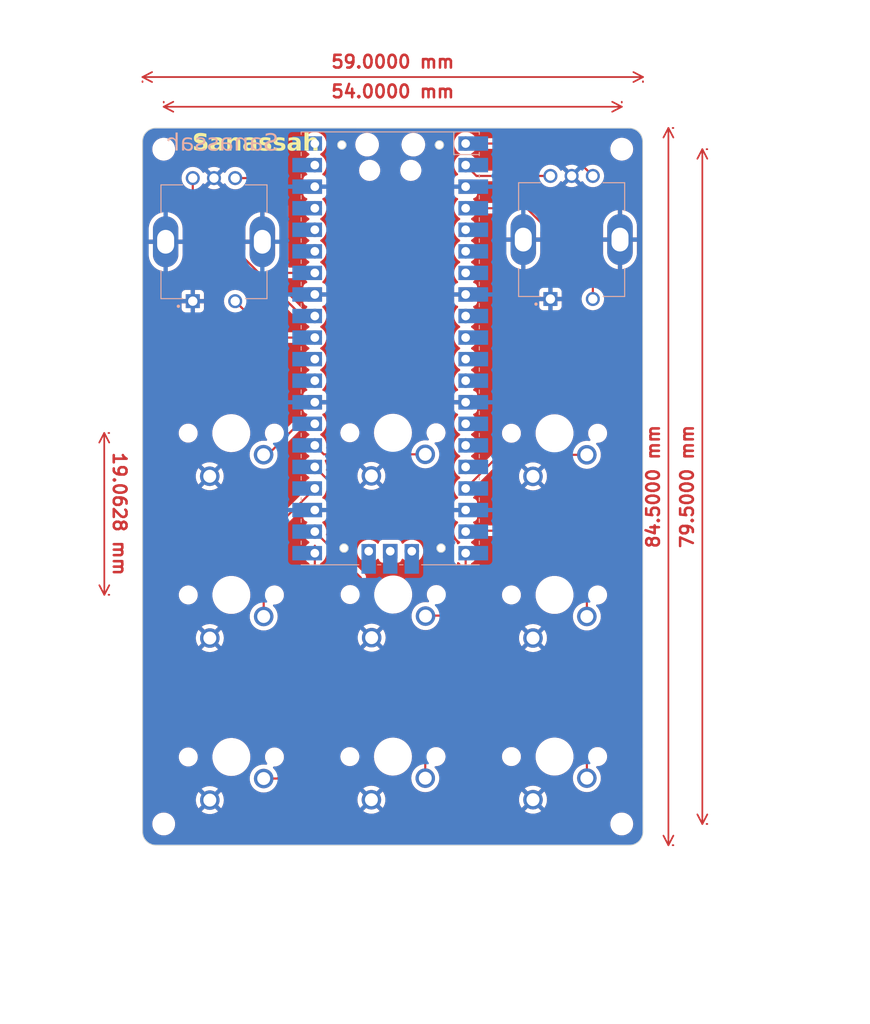
<source format=kicad_pcb>
(kicad_pcb (version 20221018) (generator pcbnew)
  (layers (0 "F.Cu" signal) (31 "B.Cu" signal) (34 "B.Paste" user) (35 "F.Paste" user) (36 "B.SilkS" user "B.Silkscreen") (37 "F.SilkS" user "F.Silkscreen") (38 "B.Mask" user) (39 "F.Mask" user) (44 "Edge.Cuts" user))
  (net 0 "")
  (net 1 "p1")
  (net 2 "GND")
  (net 3 "p2")
  (net 4 "p3")
  (net 5 "p4")
  (net 6 "(0,0)")
  (net 7 "(1,0)")
  (net 8 "(2,0)")
  (net 9 "(0,1)")
  (net 10 "(1,1)")
  (net 11 "(2,1)")
  (net 12 "(0,2)")
  (net 13 "(1,2)")
  (net 14 "(2,2)")
  (net 15 "p5")
  (net 16 "p6")
  (footprint "MountingHole:MountingHole_2.2mm_M2" (layer "F.Cu") (at 161.5 132)
    (fp_text reference "REF**" hide)
    (fp_text value "MountingHole_2.2mm_M2" hide)
    (pad "" np_thru_hole circle (at 0 0) (size 2.2 2.2) (drill 2.2) (layers "F&B.Cu" "*.Mask"))
  )
  (footprint "PCM_marbastlib-mx:SW_MX_1u" (layer "F.Cu") (at 115.476438 105.015665 180)
    (fp_text reference "MX2" hide)
    (fp_text value "MX_SW_solder" hide)
    (pad "" np_thru_hole circle (at -5.08 0 180) (size 1.75 1.75) (drill 1.75) (layers "*.Cu" "*.Mask"))
    (pad "" np_thru_hole circle (at 0 0 180) (size 3.9878 3.9878) (drill 3.9878) (layers "*.Cu" "*.Mask"))
    (pad "" np_thru_hole circle (at 5.08 0 180) (size 1.75 1.75) (drill 1.75) (layers "*.Cu" "*.Mask"))
    (pad "1" thru_hole circle (at -3.81 -2.54 180) (size 2.3 2.3) (drill 1.524) (layers "*.Cu" "B.Mask") (net 7 "(1,0)"))
    (pad "2" thru_hole circle (at 2.54 -5.08 180) (size 2.3 2.3) (drill 1.524) (layers "*.Cu" "B.Mask") (net 2 "GND"))
  )
  (footprint "PCM_marbastlib-mx:SW_MX_1u" (layer "F.Cu") (at 134.524938 85.91 180)
    (fp_text reference "MX4" hide)
    (fp_text value "MX_SW_solder" hide)
    (pad "" np_thru_hole circle (at -5.08 0 180) (size 1.75 1.75) (drill 1.75) (layers "*.Cu" "*.Mask"))
    (pad "" np_thru_hole circle (at 0 0 180) (size 3.9878 3.9878) (drill 3.9878) (layers "*.Cu" "*.Mask"))
    (pad "" np_thru_hole circle (at 5.08 0 180) (size 1.75 1.75) (drill 1.75) (layers "*.Cu" "*.Mask"))
    (pad "1" thru_hole circle (at -3.81 -2.54 180) (size 2.3 2.3) (drill 1.524) (layers "*.Cu" "B.Mask") (net 9 "(0,1)"))
    (pad "2" thru_hole circle (at 2.54 -5.08 180) (size 2.3 2.3) (drill 1.524) (layers "*.Cu" "B.Mask") (net 2 "GND"))
  )
  (footprint "PCM_marbastlib-mx:SW_MX_1u" (layer "F.Cu") (at 153.574038 85.966865 180)
    (fp_text reference "MX7" hide)
    (fp_text value "MX_SW_solder" hide)
    (pad "" np_thru_hole circle (at -5.08 0 180) (size 1.75 1.75) (drill 1.75) (layers "*.Cu" "*.Mask"))
    (pad "" np_thru_hole circle (at 0 0 180) (size 3.9878 3.9878) (drill 3.9878) (layers "*.Cu" "*.Mask"))
    (pad "" np_thru_hole circle (at 5.08 0 180) (size 1.75 1.75) (drill 1.75) (layers "*.Cu" "*.Mask"))
    (pad "1" thru_hole circle (at -3.81 -2.54 180) (size 2.3 2.3) (drill 1.524) (layers "*.Cu" "B.Mask") (net 12 "(0,2)"))
    (pad "2" thru_hole circle (at 2.54 -5.08 180) (size 2.3 2.3) (drill 1.524) (layers "*.Cu" "B.Mask") (net 2 "GND"))
  )
  (footprint "PCM_marbastlib-mx:SW_MX_1u" (layer "F.Cu") (at 115.476438 124.107865 180)
    (fp_text reference "MX3" hide)
    (fp_text value "MX_SW_solder" hide)
    (pad "" np_thru_hole circle (at -5.08 0 180) (size 1.75 1.75) (drill 1.75) (layers "*.Cu" "*.Mask"))
    (pad "" np_thru_hole circle (at 0 0 180) (size 3.9878 3.9878) (drill 3.9878) (layers "*.Cu" "*.Mask"))
    (pad "" np_thru_hole circle (at 5.08 0 180) (size 1.75 1.75) (drill 1.75) (layers "*.Cu" "*.Mask"))
    (pad "1" thru_hole circle (at -3.81 -2.54 180) (size 2.3 2.3) (drill 1.524) (layers "*.Cu" "B.Mask") (net 8 "(2,0)"))
    (pad "2" thru_hole circle (at 2.54 -5.08 180) (size 2.3 2.3) (drill 1.524) (layers "*.Cu" "B.Mask") (net 2 "GND"))
  )
  (footprint "PCM_marbastlib-mx:SW_MX_1u" (layer "F.Cu") (at 153.574438 105.015665 180)
    (fp_text reference "MX8" hide)
    (fp_text value "MX_SW_solder" hide)
    (pad "" np_thru_hole circle (at -5.08 0 180) (size 1.75 1.75) (drill 1.75) (layers "*.Cu" "*.Mask"))
    (pad "" np_thru_hole circle (at 0 0 180) (size 3.9878 3.9878) (drill 3.9878) (layers "*.Cu" "*.Mask"))
    (pad "" np_thru_hole circle (at 5.08 0 180) (size 1.75 1.75) (drill 1.75) (layers "*.Cu" "*.Mask"))
    (pad "1" thru_hole circle (at -3.81 -2.54 180) (size 2.3 2.3) (drill 1.524) (layers "*.Cu" "B.Mask") (net 13 "(1,2)"))
    (pad "2" thru_hole circle (at 2.54 -5.08 180) (size 2.3 2.3) (drill 1.524) (layers "*.Cu" "B.Mask") (net 2 "GND"))
  )
  (footprint "PCM_marbastlib-mx:SW_MX_1u" (layer "F.Cu") (at 115.464938 85.952865 180)
    (fp_text reference "MX1" hide)
    (fp_text value "MX_SW_solder" hide)
    (pad "" np_thru_hole circle (at -5.08 0 180) (size 1.75 1.75) (drill 1.75) (layers "*.Cu" "*.Mask"))
    (pad "" np_thru_hole circle (at 0 0 180) (size 3.9878 3.9878) (drill 3.9878) (layers "*.Cu" "*.Mask"))
    (pad "" np_thru_hole circle (at 5.08 0 180) (size 1.75 1.75) (drill 1.75) (layers "*.Cu" "*.Mask"))
    (pad "1" thru_hole circle (at -3.81 -2.54 180) (size 2.3 2.3) (drill 1.524) (layers "*.Cu" "B.Mask") (net 6 "(0,0)"))
    (pad "2" thru_hole circle (at 2.54 -5.08 180) (size 2.3 2.3) (drill 1.524) (layers "*.Cu" "B.Mask") (net 2 "GND"))
  )
  (footprint "PCM_marbastlib-mx:SW_MX_1u" (layer "F.Cu") (at 134.554938 104.97 180)
    (fp_text reference "MX5" hide)
    (fp_text value "MX_SW_solder" hide)
    (pad "" np_thru_hole circle (at -5.08 0 180) (size 1.75 1.75) (drill 1.75) (layers "*.Cu" "*.Mask"))
    (pad "" np_thru_hole circle (at 0 0 180) (size 3.9878 3.9878) (drill 3.9878) (layers "*.Cu" "*.Mask"))
    (pad "" np_thru_hole circle (at 5.08 0 180) (size 1.75 1.75) (drill 1.75) (layers "*.Cu" "*.Mask"))
    (pad "1" thru_hole circle (at -3.81 -2.54 180) (size 2.3 2.3) (drill 1.524) (layers "*.Cu" "B.Mask") (net 10 "(1,1)"))
    (pad "2" thru_hole circle (at 2.54 -5.08 180) (size 2.3 2.3) (drill 1.524) (layers "*.Cu" "B.Mask") (net 2 "GND"))
  )
  (footprint "MountingHole:MountingHole_2.2mm_M2" (layer "F.Cu") (at 161.5 52.5)
    (fp_text reference "REF**" hide)
    (fp_text value "MountingHole_2.2mm_M2" hide)
    (pad "" np_thru_hole circle (at 0 0) (size 2.2 2.2) (drill 2.2) (layers "*.Cu" "*.Mask"))
  )
  (footprint "MountingHole:MountingHole_2.2mm_M2" (layer "F.Cu") (at 107.5 52.5)
    (fp_text reference "REF**" hide)
    (fp_text value "MountingHole_2.2mm_M2" hide)
    (pad "" np_thru_hole circle (at 0 0) (size 2.2 2.2) (drill 2.2) (layers "F&B.Cu" "*.Mask"))
  )
  (footprint "MountingHole:MountingHole_2.2mm_M2" (layer "F.Cu") (at 107.5 132)
    (fp_text reference "REF**" hide)
    (fp_text value "MountingHole_2.2mm_M2" hide)
    (pad "" np_thru_hole circle (at 0 0) (size 2.2 2.2) (drill 2.2) (layers "F&B.Cu" "*.Mask"))
  )
  (footprint "PCM_marbastlib-mx:SW_MX_1u" (layer "F.Cu") (at 153.574938 124.06 180)
    (fp_text reference "MX9" hide)
    (fp_text value "MX_SW_solder" hide)
    (pad "" np_thru_hole circle (at -5.08 0 180) (size 1.75 1.75) (drill 1.75) (layers "*.Cu" "*.Mask"))
    (pad "" np_thru_hole circle (at 0 0 180) (size 3.9878 3.9878) (drill 3.9878) (layers "*.Cu" "*.Mask"))
    (pad "" np_thru_hole circle (at 5.08 0 180) (size 1.75 1.75) (drill 1.75) (layers "*.Cu" "*.Mask"))
    (pad "1" thru_hole circle (at -3.81 -2.54 180) (size 2.3 2.3) (drill 1.524) (layers "*.Cu" "B.Mask") (net 14 "(2,2)"))
    (pad "2" thru_hole circle (at 2.54 -5.08 180) (size 2.3 2.3) (drill 1.524) (layers "*.Cu" "B.Mask") (net 2 "GND"))
  )
  (footprint "PCM_marbastlib-mx:SW_MX_1u" (layer "F.Cu") (at 134.525638 124.064465 180)
    (fp_text reference "MX6" hide)
    (fp_text value "MX_SW_solder" hide)
    (pad "" np_thru_hole circle (at -5.08 0 180) (size 1.75 1.75) (drill 1.75) (layers "*.Cu" "*.Mask"))
    (pad "" np_thru_hole circle (at 0 0 180) (size 3.9878 3.9878) (drill 3.9878) (layers "*.Cu" "*.Mask"))
    (pad "" np_thru_hole circle (at 5.08 0 180) (size 1.75 1.75) (drill 1.75) (layers "*.Cu" "*.Mask"))
    (pad "1" thru_hole circle (at -3.81 -2.54 180) (size 2.3 2.3) (drill 1.524) (layers "*.Cu" "B.Mask") (net 11 "(2,1)"))
    (pad "2" thru_hole circle (at 2.54 -5.08 180) (size 2.3 2.3) (drill 1.524) (layers "*.Cu" "B.Mask") (net 2 "GND"))
  )
  (footprint "MCU_RaspberryPi_and_Boards:RPi_Pico_SMD_TH" (layer "B.Cu") (at 134.205038 75.965365 180)
    (fp_text reference "U1" hide)
    (fp_text value "Pico" hide)
    (fp_line (start -10.5 -22.7) (end -10.5 -23.1) (stroke (width 0.12)) (layer "B.SilkS"))
    (fp_line (start -10.5 -20.1) (end -10.5 -20.5) (stroke (width 0.12)) (layer "B.SilkS"))
    (fp_line (start -10.5 -17.6) (end -10.5 -18) (stroke (width 0.12)) (layer "B.SilkS"))
    (fp_line (start -10.5 -15.1) (end -10.5 -15.5) (stroke (width 0.12)) (layer "B.SilkS"))
    (fp_line (start -10.5 -12.5) (end -10.5 -12.9) (stroke (width 0.12)) (layer "B.SilkS"))
    (fp_line (start -10.5 -10) (end -10.5 -10.4) (stroke (width 0.12)) (layer "B.SilkS"))
    (fp_line (start -10.5 -7.4) (end -10.5 -7.8) (stroke (width 0.12)) (layer "B.SilkS"))
    (fp_line (start -10.5 -4.9) (end -10.5 -5.3) (stroke (width 0.12)) (layer "B.SilkS"))
    (fp_line (start -10.5 -2.3) (end -10.5 -2.7) (stroke (width 0.12)) (layer "B.SilkS"))
    (fp_line (start -10.5 0.2) (end -10.5 -0.2) (stroke (width 0.12)) (layer "B.SilkS"))
    (fp_line (start -10.5 2.7) (end -10.5 2.3) (stroke (width 0.12)) (layer "B.SilkS"))
    (fp_line (start -10.5 5.3) (end -10.5 4.9) (stroke (width 0.12)) (layer "B.SilkS"))
    (fp_line (start -10.5 7.8) (end -10.5 7.4) (stroke (width 0.12)) (layer "B.SilkS"))
    (fp_line (start -10.5 10.4) (end -10.5 10) (stroke (width 0.12)) (layer "B.SilkS"))
    (fp_line (start -10.5 12.9) (end -10.5 12.5) (stroke (width 0.12)) (layer "B.SilkS"))
    (fp_line (start -10.5 15.4) (end -10.5 15) (stroke (width 0.12)) (layer "B.SilkS"))
    (fp_line (start -10.5 18) (end -10.5 17.6) (stroke (width 0.12)) (layer "B.SilkS"))
    (fp_line (start -10.5 20.5) (end -10.5 20.1) (stroke (width 0.12)) (layer "B.SilkS"))
    (fp_line (start -10.5 22.833) (end -7.493 22.833) (stroke (width 0.12)) (layer "B.SilkS"))
    (fp_line (start -10.5 23.1) (end -10.5 22.7) (stroke (width 0.12)) (layer "B.SilkS"))
    (fp_line (start -10.5 25.5) (end -10.5 25.2) (stroke (width 0.12)) (layer "B.SilkS"))
    (fp_line (start -10.5 25.5) (end 10.5 25.5) (stroke (width 0.12)) (layer "B.SilkS"))
    (fp_line (start -7.493 22.833) (end -7.493 25.5) (stroke (width 0.12)) (layer "B.SilkS"))
    (fp_line (start -3.7 -25.5) (end -10.5 -25.5) (stroke (width 0.12)) (layer "B.SilkS"))
    (fp_line (start -1.5 -25.5) (end -1.1 -25.5) (stroke (width 0.12)) (layer "B.SilkS"))
    (fp_line (start 1.1 -25.5) (end 1.5 -25.5) (stroke (width 0.12)) (layer "B.SilkS"))
    (fp_line (start 10.5 -25.5) (end 3.7 -25.5) (stroke (width 0.12)) (layer "B.SilkS"))
    (fp_line (start 10.5 -22.7) (end 10.5 -23.1) (stroke (width 0.12)) (layer "B.SilkS"))
    (fp_line (start 10.5 -20.1) (end 10.5 -20.5) (stroke (width 0.12)) (layer "B.SilkS"))
    (fp_line (start 10.5 -17.6) (end 10.5 -18) (stroke (width 0.12)) (layer "B.SilkS"))
    (fp_line (start 10.5 -15.1) (end 10.5 -15.5) (stroke (width 0.12)) (layer "B.SilkS"))
    (fp_line (start 10.5 -12.5) (end 10.5 -12.9) (stroke (width 0.12)) (layer "B.SilkS"))
    (fp_line (start 10.5 -10) (end 10.5 -10.4) (stroke (width 0.12)) (layer "B.SilkS"))
    (fp_line (start 10.5 -7.4) (end 10.5 -7.8) (stroke (width 0.12)) (layer "B.SilkS"))
    (fp_line (start 10.5 -4.9) (end 10.5 -5.3) (stroke (width 0.12)) (layer "B.SilkS"))
    (fp_line (start 10.5 -2.3) (end 10.5 -2.7) (stroke (width 0.12)) (layer "B.SilkS"))
    (fp_line (start 10.5 0.2) (end 10.5 -0.2) (stroke (width 0.12)) (layer "B.SilkS"))
    (fp_line (start 10.5 2.7) (end 10.5 2.3) (stroke (width 0.12)) (layer "B.SilkS"))
    (fp_line (start 10.5 5.3) (end 10.5 4.9) (stroke (width 0.12)) (layer "B.SilkS"))
    (fp_line (start 10.5 7.8) (end 10.5 7.4) (stroke (width 0.12)) (layer "B.SilkS"))
    (fp_line (start 10.5 10.4) (end 10.5 10) (stroke (width 0.12)) (layer "B.SilkS"))
    (fp_line (start 10.5 12.9) (end 10.5 12.5) (stroke (width 0.12)) (layer "B.SilkS"))
    (fp_line (start 10.5 15.4) (end 10.5 15) (stroke (width 0.12)) (layer "B.SilkS"))
    (fp_line (start 10.5 18) (end 10.5 17.6) (stroke (width 0.12)) (layer "B.SilkS"))
    (fp_line (start 10.5 20.5) (end 10.5 20.1) (stroke (width 0.12)) (layer "B.SilkS"))
    (fp_line (start 10.5 23.1) (end 10.5 22.7) (stroke (width 0.12)) (layer "B.SilkS"))
    (fp_line (start 10.5 25.5) (end 10.5 25.2) (stroke (width 0.12)) (layer "B.SilkS"))
    (pad "" np_thru_hole oval (at -2.725 24 180) (size 1.8 1.8) (drill 1.8) (layers "*.Cu" "*.Mask"))
    (pad "" np_thru_hole oval (at -2.425 20.97 180) (size 1.5 1.5) (drill 1.5) (layers "*.Cu" "*.Mask"))
    (pad "" np_thru_hole oval (at 2.425 20.97 180) (size 1.5 1.5) (drill 1.5) (layers "*.Cu" "*.Mask"))
    (pad "" np_thru_hole oval (at 2.725 24 180) (size 1.8 1.8) (drill 1.8) (layers "*.Cu" "*.Mask"))
    (pad "1" thru_hole oval (at -8.89 24.13 180) (size 1.7 1.7) (drill 1.02) (layers "*.Cu" "*.Mask") (net 16 "p6"))
    (pad "1" smd rect (at -8.89 24.13 180) (size 3.5 1.7) (drill (offset -0.9 0)) (layers "B.Cu" "B.Mask") (net 16 "p6"))
    (pad "2" thru_hole oval (at -8.89 21.59 180) (size 1.7 1.7) (drill 1.02) (layers "*.Cu" "*.Mask") (net 15 "p5"))
    (pad "2" smd rect (at -8.89 21.59 180) (size 3.5 1.7) (drill (offset -0.9 0)) (layers "B.Cu" "B.Mask") (net 15 "p5"))
    (pad "3" thru_hole rect (at -8.89 19.05 180) (size 1.7 1.7) (drill 1.02) (layers "*.Cu" "*.Mask") (net 2 "GND"))
    (pad "3" smd rect (at -8.89 19.05 180) (size 3.5 1.7) (drill (offset -0.9 0)) (layers "B.Cu" "B.Mask") (net 2 "GND"))
    (pad "4" thru_hole oval (at -8.89 16.51 180) (size 1.7 1.7) (drill 1.02) (layers "*.Cu" "*.Mask") (net 5 "p4"))
    (pad "4" smd rect (at -8.89 16.51 180) (size 3.5 1.7) (drill (offset -0.9 0)) (layers "B.Cu" "B.Mask") (net 5 "p4"))
    (pad "5" thru_hole oval (at -8.89 13.97 180) (size 1.7 1.7) (drill 1.02) (layers "*.Cu" "*.Mask"))
    (pad "5" smd rect (at -8.89 13.97 180) (size 3.5 1.7) (drill (offset -0.9 0)) (layers "B.Cu" "B.Mask"))
    (pad "6" thru_hole oval (at -8.89 11.43 180) (size 1.7 1.7) (drill 1.02) (layers "*.Cu" "*.Mask"))
    (pad "6" smd rect (at -8.89 11.43 180) (size 3.5 1.7) (drill (offset -0.9 0)) (layers "B.Cu" "B.Mask"))
    (pad "7" thru_hole oval (at -8.89 8.89 180) (size 1.7 1.7) (drill 1.02) (layers "*.Cu" "*.Mask"))
    (pad "7" smd rect (at -8.89 8.89 180) (size 3.5 1.7) (drill (offset -0.9 0)) (layers "B.Cu" "B.Mask"))
    (pad "8" thru_hole rect (at -8.89 6.35 180) (size 1.7 1.7) (drill 1.02) (layers "*.Cu" "*.Mask") (net 2 "GND"))
    (pad "8" smd rect (at -8.89 6.35 180) (size 3.5 1.7) (drill (offset -0.9 0)) (layers "B.Cu" "B.Mask") (net 2 "GND"))
    (pad "9" thru_hole oval (at -8.89 3.81 180) (size 1.7 1.7) (drill 1.02) (layers "*.Cu" "*.Mask"))
    (pad "9" smd rect (at -8.89 3.81 180) (size 3.5 1.7) (drill (offset -0.9 0)) (layers "B.Cu" "B.Mask"))
    (pad "10" thru_hole oval (at -8.89 1.27 180) (size 1.7 1.7) (drill 1.02) (layers "*.Cu" "*.Mask"))
    (pad "10" smd rect (at -8.89 1.27 180) (size 3.5 1.7) (drill (offset -0.9 0)) (layers "B.Cu" "B.Mask"))
    (pad "11" thru_hole oval (at -8.89 -1.27 180) (size 1.7 1.7) (drill 1.02) (layers "*.Cu" "*.Mask"))
    (pad "11" smd rect (at -8.89 -1.27 180) (size 3.5 1.7) (drill (offset -0.9 0)) (layers "B.Cu" "B.Mask"))
    (pad "12" thru_hole oval (at -8.89 -3.81 180) (size 1.7 1.7) (drill 1.02) (layers "*.Cu" "*.Mask"))
    (pad "12" smd rect (at -8.89 -3.81 180) (size 3.5 1.7) (drill (offset -0.9 0)) (layers "B.Cu" "B.Mask"))
    (pad "13" thru_hole rect (at -8.89 -6.35 180) (size 1.7 1.7) (drill 1.02) (layers "*.Cu" "*.Mask") (net 2 "GND"))
    (pad "13" smd rect (at -8.89 -6.35 180) (size 3.5 1.7) (drill (offset -0.9 0)) (layers "B.Cu" "B.Mask") (net 2 "GND"))
    (pad "14" thru_hole oval (at -8.89 -8.89 180) (size 1.7 1.7) (drill 1.02) (layers "*.Cu" "*.Mask"))
    (pad "14" smd rect (at -8.89 -8.89 180) (size 3.5 1.7) (drill (offset -0.9 0)) (layers "B.Cu" "B.Mask"))
    (pad "15" thru_hole oval (at -8.89 -11.43 180) (size 1.7 1.7) (drill 1.02) (layers "*.Cu" "*.Mask"))
    (pad "15" smd rect (at -8.89 -11.43 180) (size 3.5 1.7) (drill (offset -0.9 0)) (layers "B.Cu" "B.Mask"))
    (pad "16" thru_hole oval (at -8.89 -13.97 180) (size 1.7 1.7) (drill 1.02) (layers "*.Cu" "*.Mask"))
    (pad "16" smd rect (at -8.89 -13.97 180) (size 3.5 1.7) (drill (offset -0.9 0)) (layers "B.Cu" "B.Mask"))
    (pad "17" thru_hole oval (at -8.89 -16.51 180) (size 1.7 1.7) (drill 1.02) (layers "*.Cu" "*.Mask") (net 12 "(0,2)"))
    (pad "17" smd rect (at -8.89 -16.51 180) (size 3.5 1.7) (drill (offset -0.9 0)) (layers "B.Cu" "B.Mask") (net 12 "(0,2)"))
    (pad "18" thru_hole rect (at -8.89 -19.05 180) (size 1.7 1.7) (drill 1.02) (layers "*.Cu" "*.Mask") (net 2 "GND"))
    (pad "18" smd rect (at -8.89 -19.05 180) (size 3.5 1.7) (drill (offset -0.9 0)) (layers "B.Cu" "B.Mask") (net 2 "GND"))
    (pad "19" thru_hole oval (at -8.89 -21.59 180) (size 1.7 1.7) (drill 1.02) (layers "*.Cu" "*.Mask") (net 13 "(1,2)"))
    (pad "19" smd rect (at -8.89 -21.59 180) (size 3.5 1.7) (drill (offset -0.9 0)) (layers "B.Cu" "B.Mask") (net 13 "(1,2)"))
    (pad "20" thru_hole oval (at -8.89 -24.13 180) (size 1.7 1.7) (drill 1.02) (layers "*.Cu" "*.Mask") (net 14 "(2,2)"))
    (pad "20" smd rect (at -8.89 -24.13 180) (size 3.5 1.7) (drill (offset -0.9 0)) (layers "B.Cu" "B.Mask") (net 14 "(2,2)"))
    (pad "21" thru_hole oval (at 8.89 -24.13 180) (size 1.7 1.7) (drill 1.02) (layers "*.Cu" "*.Mask") (net 8 "(2,0)"))
    (pad "21" smd rect (at 8.89 -24.13 180) (size 3.5 1.7) (drill (offset 0.9 0)) (layers "B.Cu" "B.Mask") (net 8 "(2,0)"))
    (pad "22" thru_hole oval (at 8.89 -21.59 180) (size 1.7 1.7) (drill 1.02) (layers "*.Cu" "*.Mask") (net 11 "(2,1)"))
    (pad "22" smd rect (at 8.89 -21.59 180) (size 3.5 1.7) (drill (offset 0.9 0)) (layers "B.Cu" "B.Mask") (net 11 "(2,1)"))
    (pad "23" thru_hole rect (at 8.89 -19.05 180) (size 1.7 1.7) (drill 1.02) (layers "*.Cu" "*.Mask") (net 2 "GND"))
    (pad "23" smd rect (at 8.89 -19.05 180) (size 3.5 1.7) (drill (offset 0.9 0)) (layers "B.Cu" "B.Mask") (net 2 "GND"))
    (pad "24" thru_hole oval (at 8.89 -16.51 180) (size 1.7 1.7) (drill 1.02) (layers "*.Cu" "*.Mask") (net 7 "(1,0)"))
    (pad "24" smd rect (at 8.89 -16.51 180) (size 3.5 1.7) (drill (offset 0.9 0)) (layers "B.Cu" "B.Mask") (net 7 "(1,0)"))
    (pad "25" thru_hole oval (at 8.89 -13.97 180) (size 1.7 1.7) (drill 1.02) (layers "*.Cu" "*.Mask") (net 10 "(1,1)"))
    (pad "25" smd rect (at 8.89 -13.97 180) (size 3.5 1.7) (drill (offset 0.9 0)) (layers "B.Cu" "B.Mask") (net 10 "(1,1)"))
    (pad "26" thru_hole oval (at 8.89 -11.43 180) (size 1.7 1.7) (drill 1.02) (layers "*.Cu" "*.Mask") (net 9 "(0,1)"))
    (pad "26" smd rect (at 8.89 -11.43 180) (size 3.5 1.7) (drill (offset 0.9 0)) (layers "B.Cu" "B.Mask") (net 9 "(0,1)"))
    (pad "27" thru_hole oval (at 8.89 -8.89 180) (size 1.7 1.7) (drill 1.02) (layers "*.Cu" "*.Mask") (net 6 "(0,0)"))
    (pad "27" smd rect (at 8.89 -8.89 180) (size 3.5 1.7) (drill (offset 0.9 0)) (layers "B.Cu" "B.Mask") (net 6 "(0,0)"))
    (pad "28" thru_hole rect (at 8.89 -6.35 180) (size 1.7 1.7) (drill 1.02) (layers "*.Cu" "*.Mask") (net 2 "GND"))
    (pad "28" smd rect (at 8.89 -6.35 180) (size 3.5 1.7) (drill (offset 0.9 0)) (layers "B.Cu" "B.Mask") (net 2 "GND"))
    (pad "29" thru_hole oval (at 8.89 -3.81 180) (size 1.7 1.7) (drill 1.02) (layers "*.Cu" "*.Mask"))
    (pad "29" smd rect (at 8.89 -3.81 180) (size 3.5 1.7) (drill (offset 0.9 0)) (layers "B.Cu" "B.Mask"))
    (pad "30" thru_hole oval (at 8.89 -1.27 180) (size 1.7 1.7) (drill 1.02) (layers "*.Cu" "*.Mask"))
    (pad "30" smd rect (at 8.89 -1.27 180) (size 3.5 1.7) (drill (offset 0.9 0)) (layers "B.Cu" "B.Mask"))
    (pad "31" thru_hole oval (at 8.89 1.27 180) (size 1.7 1.7) (drill 1.02) (layers "*.Cu" "*.Mask") (net 1 "p1"))
    (pad "31" smd rect (at 8.89 1.27 180) (size 3.5 1.7) (drill (offset 0.9 0)) (layers "B.Cu" "B.Mask") (net 1 "p1"))
    (pad "32" thru_hole oval (at 8.89 3.81 180) (size 1.7 1.7) (drill 1.02) (layers "*.Cu" "*.Mask") (net 3 "p2"))
    (pad "32" smd rect (at 8.89 3.81 180) (size 3.5 1.7) (drill (offset 0.9 0)) (layers "B.Cu" "B.Mask") (net 3 "p2"))
    (pad "33" thru_hole rect (at 8.89 6.35 180) (size 1.7 1.7) (drill 1.02) (layers "*.Cu" "*.Mask") (net 2 "GND"))
    (pad "33" smd rect (at 8.89 6.35 180) (size 3.5 1.7) (drill (offset 0.9 0)) (layers "B.Cu" "B.Mask") (net 2 "GND"))
    (pad "34" thru_hole oval (at 8.89 8.89 180) (size 1.7 1.7) (drill 1.02) (layers "*.Cu" "*.Mask") (net 4 "p3"))
    (pad "34" smd rect (at 8.89 8.89 180) (size 3.5 1.7) (drill (offset 0.9 0)) (layers "B.Cu" "B.Mask") (net 4 "p3"))
    (pad "35" thru_hole oval (at 8.89 11.43 180) (size 1.7 1.7) (drill 1.02) (layers "*.Cu" "*.Mask"))
    (pad "35" smd rect (at 8.89 11.43 180) (size 3.5 1.7) (drill (offset 0.9 0)) (layers "B.Cu" "B.Mask"))
    (pad "36" thru_hole oval (at 8.89 13.97 180) (size 1.7 1.7) (drill 1.02) (layers "*.Cu" "*.Mask"))
    (pad "36" smd rect (at 8.89 13.97 180) (size 3.5 1.7) (drill (offset 0.9 0)) (layers "B.Cu" "B.Mask"))
    (pad "37" thru_hole oval (at 8.89 16.51 180) (size 1.7 1.7) (drill 1.02) (layers "*.Cu" "*.Mask"))
    (pad "37" smd rect (at 8.89 16.51 180) (size 3.5 1.7) (drill (offset 0.9 0)) (layers "B.Cu" "B.Mask"))
    (pad "38" thru_hole rect (at 8.89 19.05 180) (size 1.7 1.7) (drill 1.02) (layers "*.Cu" "*.Mask") (net 2 "GND"))
    (pad "38" smd rect (at 8.89 19.05 180) (size 3.5 1.7) (drill (offset 0.9 0)) (layers "B.Cu" "B.Mask") (net 2 "GND"))
    (pad "39" thru_hole oval (at 8.89 21.59 180) (size 1.7 1.7) (drill 1.02) (layers "*.Cu" "*.Mask"))
    (pad "39" smd rect (at 8.89 21.59 180) (size 3.5 1.7) (drill (offset 0.9 0)) (layers "B.Cu" "B.Mask"))
    (pad "40" thru_hole oval (at 8.89 24.13 180) (size 1.7 1.7) (drill 1.02) (layers "*.Cu" "*.Mask"))
    (pad "40" smd rect (at 8.89 24.13 180) (size 3.5 1.7) (drill (offset 0.9 0)) (layers "B.Cu" "B.Mask"))
    (pad "41" thru_hole oval (at -2.54 -23.9 180) (size 1.7 1.7) (drill 1.02) (layers "*.Cu" "*.Mask"))
    (pad "41" smd rect (at -2.54 -23.9 90) (size 3.5 1.7) (drill (offset -0.9 0)) (layers "B.Cu" "B.Mask"))
    (pad "42" thru_hole rect (at 0 -23.9 180) (size 1.7 1.7) (drill 1.02) (layers "*.Cu" "*.Mask"))
    (pad "42" smd rect (at 0 -23.9 90) (size 3.5 1.7) (drill (offset -0.9 0)) (layers "B.Cu" "B.Mask"))
    (pad "43" thru_hole oval (at 2.54 -23.9 180) (size 1.7 1.7) (drill 1.02) (layers "*.Cu" "*.Mask"))
    (pad "43" smd rect (at 2.54 -23.9 90) (size 3.5 1.7) (drill (offset -0.9 0)) (layers "B.Cu" "B.Mask"))
  )
  (footprint "PEC11R-4215F-S0024:XDCR_PEC11R-4215F-S0024" (layer "B.Cu") (at 155.5911 63.152)
    (fp_text reference "MT2" hide)
    (fp_text value "PEC11R-4215F-S0024" hide)
    (fp_line (start -6.25 -6.7) (end -3.7 -6.7) (stroke (width 0.127)) (layer "B.SilkS"))
    (fp_line (start -6.25 -3.4) (end -6.25 -6.7) (stroke (width 0.127)) (layer "B.SilkS"))
    (fp_line (start -6.25 3.4) (end -6.25 6.7) (stroke (width 0.127)) (layer "B.SilkS"))
    (fp_line (start -6.25 6.7) (end -3.7 6.7) (stroke (width 0.127)) (layer "B.SilkS"))
    (fp_line (start 3.7 -6.7) (end 6.25 -6.7) (stroke (width 0.127)) (layer "B.SilkS"))
    (fp_line (start 3.7 6.7) (end 6.25 6.7) (stroke (width 0.127)) (layer "B.SilkS"))
    (fp_line (start 6.25 -6.7) (end 6.25 -3.4) (stroke (width 0.127)) (layer "B.SilkS"))
    (fp_line (start 6.25 6.7) (end 6.25 3.4) (stroke (width 0.127)) (layer "B.SilkS"))
    (fp_circle (center -4.2 7.6) (end -4.1 7.6) (stroke (width 0.2)) (fill none) (layer "B.SilkS"))
    (pad "1" thru_hole rect (at -2.5 7) (size 1.65 1.65) (drill 1.1) (layers "*.Cu" "*.Mask") (net 2 "GND"))
    (pad "2" thru_hole circle (at 2.5 7) (size 1.65 1.65) (drill 1.1) (layers "*.Cu" "*.Mask") (net 5 "p4"))
    (pad "A" thru_hole circle (at -2.5 -7.5) (size 1.65 1.65) (drill 1.1) (layers "*.Cu" "*.Mask") (net 15 "p5"))
    (pad "B" thru_hole circle (at 2.5 -7.5) (size 1.65 1.65) (drill 1.1) (layers "*.Cu" "*.Mask") (net 16 "p6"))
    (pad "COM" thru_hole circle (at 0 -7.5) (size 1.65 1.65) (drill 1.1) (layers "*.Cu" "*.Mask") (net 2 "GND"))
    (pad "S1" thru_hole oval (at -5.7 0) (size 3 6) (drill oval 2 2.8) (layers "*.Cu" "*.Mask") (net 2 "GND"))
    (pad "S2" thru_hole oval (at 5.7 0) (size 3 6) (drill oval 2 2.8) (layers "*.Cu" "*.Mask") (net 2 "GND"))
  )
  (footprint "PEC11R-4215F-S0024:XDCR_PEC11R-4215F-S0024" (layer "B.Cu") (at 113.4271 63.406)
    (fp_text reference "MT1" hide)
    (fp_text value "PEC11R-4215F-S0024" hide)
    (fp_line (start -6.25 -6.7) (end -3.7 -6.7) (stroke (width 0.127)) (layer "B.SilkS"))
    (fp_line (start -6.25 -3.4) (end -6.25 -6.7) (stroke (width 0.127)) (layer "B.SilkS"))
    (fp_line (start -6.25 3.4) (end -6.25 6.7) (stroke (width 0.127)) (layer "B.SilkS"))
    (fp_line (start -6.25 6.7) (end -3.7 6.7) (stroke (width 0.127)) (layer "B.SilkS"))
    (fp_line (start 3.7 -6.7) (end 6.25 -6.7) (stroke (width 0.127)) (layer "B.SilkS"))
    (fp_line (start 3.7 6.7) (end 6.25 6.7) (stroke (width 0.127)) (layer "B.SilkS"))
    (fp_line (start 6.25 -6.7) (end 6.25 -3.4) (stroke (width 0.127)) (layer "B.SilkS"))
    (fp_line (start 6.25 6.7) (end 6.25 3.4) (stroke (width 0.127)) (layer "B.SilkS"))
    (fp_circle (center -4.2 7.6) (end -4.1 7.6) (stroke (width 0.2)) (fill none) (layer "B.SilkS"))
    (pad "1" thru_hole rect (at -2.5 7) (size 1.65 1.65) (drill 1.1) (layers "*.Cu" "*.Mask") (net 2 "GND"))
    (pad "2" thru_hole circle (at 2.5 7) (size 1.65 1.65) (drill 1.1) (layers "*.Cu" "*.Mask") (net 1 "p1"))
    (pad "A" thru_hole circle (at -2.5 -7.5) (size 1.65 1.65) (drill 1.1) (layers "*.Cu" "*.Mask") (net 3 "p2"))
    (pad "B" thru_hole circle (at 2.5 -7.5) (size 1.65 1.65) (drill 1.1) (layers "*.Cu" "*.Mask") (net 4 "p3"))
    (pad "COM" thru_hole circle (at 0 -7.5) (size 1.65 1.65) (drill 1.1) (layers "*.Cu" "*.Mask") (net 2 "GND"))
    (pad "S1" thru_hole oval (at -5.7 0) (size 3 6) (drill oval 2 2.8) (layers "*.Cu" "*.Mask") (net 2 "GND"))
    (pad "S2" thru_hole oval (at 5.7 0) (size 3 6) (drill oval 2 2.8) (layers "*.Cu" "*.Mask") (net 2 "GND"))
  )
  (gr_circle (center 128.75 99.5) (end 129.25 99.5) (stroke (width 0.1)) (fill none) (layer "Edge.Cuts"))
  (gr_line (start 104.999999 132.912638) (end 105 51.5916) (stroke (width 0.1)) (layer "Edge.Cuts"))
  (gr_arc (start 162.37755 50.015061) (mid 163.5 50.480011) (end 163.96495 51.602461) (stroke (width 0.1)) (layer "Edge.Cuts"))
  (gr_line (start 106.5874 50.0042) (end 162.37755 50.015061) (stroke (width 0.1)) (layer "Edge.Cuts"))
  (gr_arc (start 105 51.5916) (mid 105.464939 50.469139) (end 106.5874 50.0042) (stroke (width 0.1)) (layer "Edge.Cuts"))
  (gr_arc (start 106.587399 134.5) (mid 105.464951 134.035074) (end 104.999999 132.912638) (stroke (width 0.1)) (layer "Edge.Cuts"))
  (gr_arc (start 164 132.9126) (mid 163.535052 134.035063) (end 162.4126 134.5) (stroke (width 0.1)) (layer "Edge.Cuts"))
  (gr_circle (center 140.2 99.5) (end 140.7 99.5) (stroke (width 0.1)) (fill none) (layer "Edge.Cuts"))
  (gr_circle (center 128.5 52) (end 129 52) (stroke (width 0.1)) (fill none) (layer "Edge.Cuts"))
  (gr_line (start 162.4126 134.5) (end 106.587399 134.5) (stroke (width 0.1)) (layer "Edge.Cuts"))
  (gr_circle (center 140 52) (end 140.5 52) (stroke (width 0.1)) (fill none) (layer "Edge.Cuts"))
  (gr_line (start 163.96495 51.602461) (end 164 132.9126) (stroke (width 0.1)) (layer "Edge.Cuts"))
  (gr_text "Sanassah" (at 121.0151 53) (layer "B.SilkS") (effects (font (size 2 2)) (justify left bottom mirror)))
  (gr_text "Sanassah" (at 110.8551 53) (layer "F.SilkS") (effects (font (size 2 2) (thickness 0.4) bold) (justify left bottom)))
  (dimension (type aligned) (layer "F.Cu") (pts (xy 171 52.5) (xy 171 132)) (height 0) (gr_text "79,5000 mm" (at 169.2 92.25 90) (layer "F.Cu") (effects (font (size 1.5 1.5) (thickness 0.3)))) (format (prefix "") (suffix "") (units 3) (units_format 1) (precision 4)) (style (thickness 0.2) (arrow_length 1.27) (text_position_mode 0) (extension_height 0.58642) (extension_offset 0.5) keep_text_aligned))
  (dimension (type aligned) (layer "F.Cu") (pts (xy 107.5 47.5) (xy 161.5 47.5)) (height 0) (gr_text "54,0000 mm" (at 134.5 45.7) (layer "F.Cu") (effects (font (size 1.5 1.5) (thickness 0.3)))) (format (prefix "") (suffix "") (units 3) (units_format 1) (precision 4)) (style (thickness 0.2) (arrow_length 1.27) (text_position_mode 0) (extension_height 0.58642) (extension_offset 0.5) keep_text_aligned))
  (dimension (type aligned) (layer "F.Cu") (pts (xy 164 44) (xy 105 44)) (height 0) (gr_text "59,0000 mm" (at 134.5 42.2) (layer "F.Cu") (effects (font (size 1.5 1.5) (thickness 0.3)))) (format (prefix "") (suffix "") (units 3) (units_format 1) (precision 4)) (style (thickness 0.2) (arrow_length 1.27) (text_position_mode 0) (extension_height 0.58642) (extension_offset 0.5) keep_text_aligned))
  (dimension (type aligned) (layer "F.Cu") (pts (xy 100.4885 85.9372) (xy 100.5 105)) (height 0) (gr_text "19,0628 mm" (at 102.29425 95.467514 270.0345648) (layer "F.Cu") (effects (font (size 1.5 1.5) (thickness 0.3)))) (format (prefix "") (suffix "") (units 3) (units_format 1) (precision 4)) (style (thickness 0.2) (arrow_length 1.27) (text_position_mode 0) (extension_height 0.58642) (extension_offset 0.5) keep_text_aligned))
  (dimension (type aligned) (layer "F.Cu") (pts (xy 167 50) (xy 167 134.5)) (height 0) (gr_text "84,5000 mm" (at 165.2 92.25 90) (layer "F.Cu") (effects (font (size 1.5 1.5) (thickness 0.3)))) (format (prefix "") (suffix "") (units 3) (units_format 1) (precision 4)) (style (thickness 0.2) (arrow_length 1.27) (text_position_mode 0) (extension_height 0.58642) (extension_offset 0.5) keep_text_aligned))
  (segment (start 115.9271 70.406) (end 120.216465 74.695365) (width 0.25) (layer "F.Cu") (net 1))
  (segment (start 120.216465 74.695365) (end 125.315038 74.695365) (width 0.25) (layer "F.Cu") (net 1))
  (segment (start 112.936438 91.044365) (end 112.924938 91.032865) (width 0.25) (layer "F.Cu") (net 2))
  (segment (start 112.982103 110.05) (end 112.936438 110.095665) (width 0.25) (layer "F.Cu") (net 2))
  (segment (start 132.060603 110.095665) (end 132.014938 110.05) (width 0.25) (layer "F.Cu") (net 2))
  (segment (start 125.634838 82.315365) (end 125.634838 82.630732) (width 0.25) (layer "F.Cu") (net 2))
  (segment (start 125.315038 57.218062) (end 125.315038 56.915365) (width 0.25) (layer "F.Cu") (net 2))
  (segment (start 131.985638 110.0793) (end 132.014938 110.05) (width 0.25) (layer "F.Cu") (net 2))
  (segment (start 151.034038 110.095265) (end 151.034438 110.095665) (width 0.25) (layer "F.Cu") (net 2))
  (segment (start 151.030473 129.144465) (end 151.034938 129.14) (width 0.25) (layer "F.Cu") (net 2))
  (segment (start 151.024938 110.105165) (end 151.034438 110.095665) (width 0.25) (layer "F.Cu") (net 2))
  (segment (start 151.034938 110.096165) (end 151.034438 110.095665) (width 0.25) (layer "F.Cu") (net 2))
  (segment (start 125.635 56.915365) (end 125.635 57.056205) (width 0.25) (layer "F.Cu") (net 2))
  (segment (start 131.942238 129.187865) (end 131.985638 129.144465) (width 0.25) (layer "F.Cu") (net 2))
  (segment (start 151.006538 129.144465) (end 151.024938 129.162865) (width 0.25) (layer "F.Cu") (net 2))
  (segment (start 151.034438 129.1395) (end 151.034938 129.14) (width 0.25) (layer "F.Cu") (net 2))
  (segment (start 161.2911 63.152) (end 161.2911 61.352) (width 0.25) (layer "F.Cu") (net 2))
  (segment (start 123.795525 72.155365) (end 125.315038 72.155365) (width 0.25) (layer "F.Cu") (net 3))
  (segment (start 110.9271 55.906) (end 110.9271 59.28694) (width 0.25) (layer "F.Cu") (net 3))
  (segment (start 110.9271 59.28694) (end 123.795525 72.155365) (width 0.25) (layer "F.Cu") (net 3))
  (segment (start 121.55 59.25) (end 121.55 67.15) (width 0.25) (layer "F.Cu") (net 4))
  (segment (start 121.824635 67.075365) (end 125.315038 67.075365) (width 0.25) (layer "F.Cu") (net 4))
  (segment (start 118.206 55.906) (end 121.55 59.25) (width 0.25) (layer "F.Cu") (net 4))
  (segment (start 115.9271 55.906) (end 118.206 55.906) (width 0.25) (layer "F.Cu") (net 4))
  (segment (start 121.55 67.15) (end 121.65 67.25) (width 0.25) (layer "F.Cu") (net 4))
  (segment (start 121.65 67.25) (end 121.824635 67.075365) (width 0.25) (layer "F.Cu") (net 4))
  (segment (start 150.275405 59.455365) (end 143.095038 59.455365) (width 0.25) (layer "F.Cu") (net 5))
  (segment (start 158.0911 70.152) (end 158.0911 67.27106) (width 0.25) (layer "F.Cu") (net 5))
  (segment (start 158.0911 67.27106) (end 150.275405 59.455365) (width 0.25) (layer "F.Cu") (net 5))
  (segment (start 123.410205 84.855365) (end 125.315038 84.855365) (width 0.25) (layer "F.Cu") (net 6))
  (segment (start 119.274938 88.492865) (end 119.772705 88.492865) (width 0.25) (layer "F.Cu") (net 6))
  (segment (start 119.772705 88.492865) (end 123.410205 84.855365) (width 0.25) (layer "F.Cu") (net 6))
  (segment (start 119.286438 98.503965) (end 125.315038 92.475365) (width 0.25) (layer "F.Cu") (net 7))
  (segment (start 119.286438 107.555665) (end 119.286438 98.503965) (width 0.25) (layer "F.Cu") (net 7))
  (segment (start 119.286438 126.647865) (end 120.912783 126.647865) (width 0.25) (layer "F.Cu") (net 8))
  (segment (start 125.315038 99.217066) (end 125.315038 100.095365) (width 0.25) (layer "F.Cu") (net 8))
  (segment (start 120.912783 126.647865) (end 125.315038 122.24561) (width 0.25) (layer "F.Cu") (net 8))
  (segment (start 125.315038 122.24561) (end 125.315038 100.095365) (width 0.25) (layer "F.Cu") (net 8))
  (segment (start 138.334938 88.45) (end 126.369673 88.45) (width 0.25) (layer "F.Cu") (net 9))
  (segment (start 126.369673 88.45) (end 125.315038 87.395365) (width 0.25) (layer "F.Cu") (net 9))
  (segment (start 138.424938 107.45) (end 141.45 107.45) (width 0.25) (layer "F.Cu") (net 10))
  (segment (start 141.45 107.45) (end 141.45 99.1) (width 0.25) (layer "F.Cu") (net 10))
  (segment (start 132.279673 96.9) (end 125.315038 89.935365) (width 0.25) (layer "F.Cu") (net 10))
  (segment (start 141.45 99.1) (end 139.25 96.9) (width 0.25) (layer "F.Cu") (net 10))
  (segment (start 138.364938 107.51) (end 138.424938 107.45) (width 0.25) (layer "F.Cu") (net 10))
  (segment (start 139.25 96.9) (end 132.279673 96.9) (width 0.25) (layer "F.Cu") (net 10))
  (segment (start 130.724938 102.965265) (end 125.315038 97.555365) (width 0.25) (layer "F.Cu") (net 11))
  (segment (start 138.335638 112.100831) (end 130.724938 104.490131) (width 0.25) (layer "F.Cu") (net 11))
  (segment (start 130.724938 104.490131) (end 130.724938 102.965265) (width 0.25) (layer "F.Cu") (net 11))
  (segment (start 138.335638 126.604465) (end 138.335638 112.100831) (width 0.25) (layer "F.Cu") (net 11))
  (segment (start 157.384038 88.506865) (end 147.063538 88.506865) (width 0.25) (layer "F.Cu") (net 12))
  (segment (start 147.063538 88.506865) (end 143.095038 92.475365) (width 0.25) (layer "F.Cu") (net 12))
  (segment (start 157.384438 104.734438) (end 150.1 97.45) (width 0.25) (layer "F.Cu") (net 13))
  (segment (start 150.1 97.45) (end 143.200403 97.45) (width 0.25) (layer "F.Cu") (net 13))
  (segment (start 157.384438 107.555665) (end 157.384438 104.734438) (width 0.25) (layer "F.Cu") (net 13))
  (segment (start 143.200403 97.45) (end 143.095038 97.555365) (width 0.25) (layer "F.Cu") (net 13))
  (segment (start 143.095038 100.095365) (end 143.095038 108.645038) (width 0.25) (layer "F.Cu") (net 14))
  (segment (start 143.095038 108.645038) (end 157.384938 122.934938) (width 0.25) (layer "F.Cu") (net 14))
  (segment (start 157.384938 122.934938) (end 157.384938 126.6) (width 0.25) (layer "F.Cu") (net 14))
  (segment (start 153.0911 55.652) (end 144.371673 55.652) (width 0.25) (layer "F.Cu") (net 15))
  (segment (start 144.371673 55.652) (end 143.095038 54.375365) (width 0.25) (layer "F.Cu") (net 15))
  (segment (start 154.274465 51.835365) (end 143.095038 51.835365) (width 0.25) (layer "F.Cu") (net 16))
  (segment (start 158.0911 55.652) (end 154.274465 51.835365) (width 0.25) (layer "F.Cu") (net 16))
  (zone (net 2) (net_name "GND") (layers "F&B.Cu") (connect_pads (clearance 0.5)) (min_thickness 0.25) (fill yes (thermal_gap 0.5) (thermal_bridge_width 0.5))
    (polygon (pts (xy 95.5231 36.5102) (xy 186.7986 34.9228) (xy 190.7671 155.5652) (xy 89.1735 154.7715) (xy 88.2 36.4)))
  )
)
</source>
